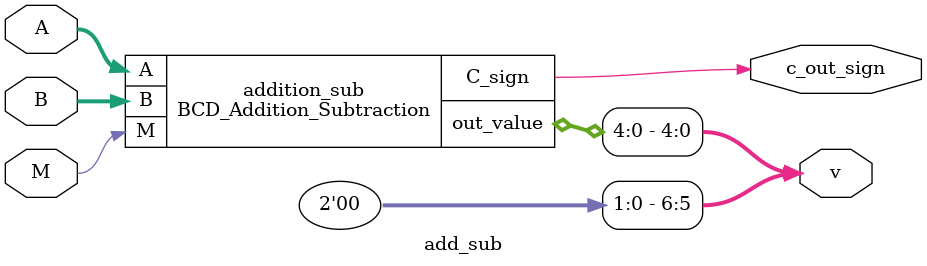
<source format=v>
`timescale 1ns / 1ps


module BCD_Addition_Subtraction (
  input [3:0] A, // 4-bit BCD input for minuend
  input [3:0] B, // 4-bit BCD input for subtrahend
  input M,       // Selection line (M=1 for subtraction, M=0 for addition)
  output reg [4:0] out_value,
  output reg C_sign  // Output carry or sign (Sign: 1 if negative, 0 otherwise; Carry: 1 representing)
);

  reg [4:0] temp_out_value;

  // Perform subtraction or addition
  always @*
  begin
    if (A <= 4'b1001 && B <= 4'b1001)
    begin
      if (M == 1)
      begin
        if (A >= B)
        begin
          out_value = A - B;
          C_sign = 0;
        end
        else
        begin
          // Negative subtraction
          out_value = B - A;
          C_sign = 1;
        end
      end
      else
      begin
        // Addition
        temp_out_value = A + B;
        if (temp_out_value > 4'b1001)
        begin
          // Carry out if sum exceeds 9
          C_sign = 1;
          out_value = temp_out_value + 4'b0110;
        end
        else
        begin
          out_value = temp_out_value;
          C_sign = 0;
        end
      end
      $display("A = %b, B = %b, Subtraction? = %b, C_out_Sign = %b, Output value = %d", A, B, M, C_sign, out_value);
    end
    else
      out_value = 4'b1111;
  end
endmodule

module add_sub (
  input [3:0] A,
  input [3:0] B,
  input M,
  output [6:0] v,
  output c_out_sign
);
  BCD_Addition_Subtraction addition_sub (.A(A), .B(B), .M(M), .out_value(v), .C_sign(c_out_sign));
endmodule
</source>
